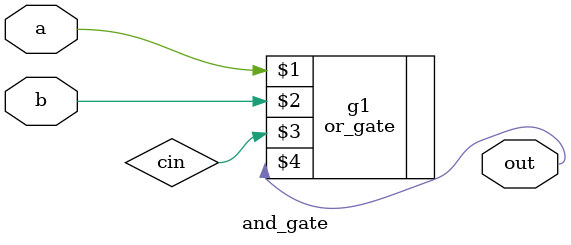
<source format=v>

module and_gate( 
    input a, 
    input b, 
    output out );

    // assing the AND of a and b to out
 or_gate g1(a, b, cin, out);

endmodule

</source>
